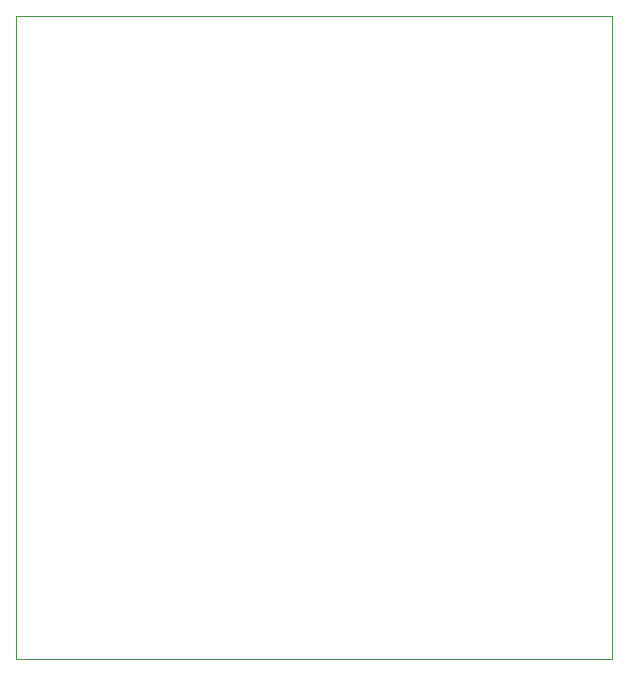
<source format=gbr>
%TF.GenerationSoftware,KiCad,Pcbnew,9.0.2*%
%TF.CreationDate,2025-09-01T16:12:15+02:00*%
%TF.ProjectId,remplacement,72656d70-6c61-4636-956d-656e742e6b69,rev?*%
%TF.SameCoordinates,Original*%
%TF.FileFunction,Profile,NP*%
%FSLAX46Y46*%
G04 Gerber Fmt 4.6, Leading zero omitted, Abs format (unit mm)*
G04 Created by KiCad (PCBNEW 9.0.2) date 2025-09-01 16:12:15*
%MOMM*%
%LPD*%
G01*
G04 APERTURE LIST*
%TA.AperFunction,Profile*%
%ADD10C,0.100000*%
%TD*%
G04 APERTURE END LIST*
D10*
X150661700Y-67251200D02*
X201169900Y-67251200D01*
X201169900Y-121708800D01*
X150661700Y-121708800D01*
X150661700Y-67251200D01*
M02*

</source>
